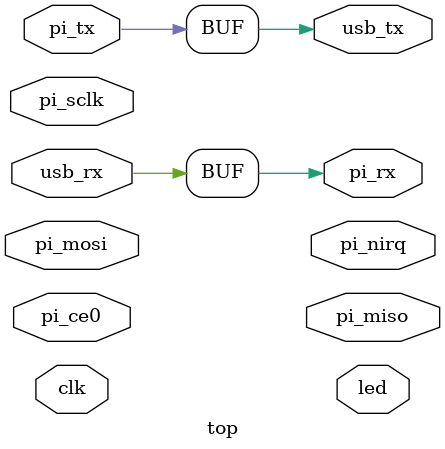
<source format=sv>
module top (
    input clk,

    input usb_rx,
    output usb_tx,

    input pi_tx,
    output pi_rx,

    output pi_nirq,
    input  pi_sclk,
    input  pi_mosi,
    output pi_miso,
    input  pi_ce0,

    output [4:0] led
);
    assign pi_rx = usb_rx;
    assign usb_tx = pi_tx;

endmodule

</source>
